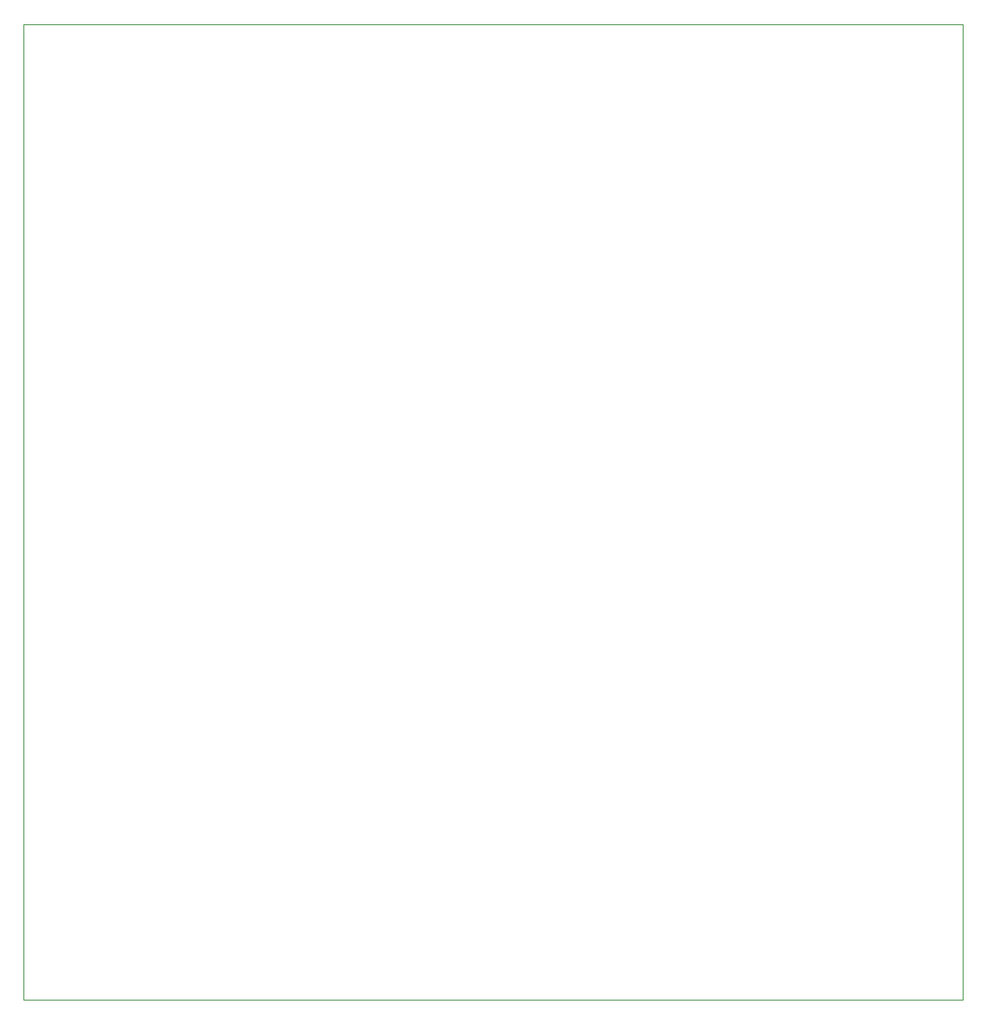
<source format=gm1>
%TF.GenerationSoftware,KiCad,Pcbnew,5.1.10-88a1d61d58~88~ubuntu18.04.1*%
%TF.CreationDate,2021-05-26T02:41:18+03:00*%
%TF.ProjectId,Micra Cruise Control Schemantics,4d696372-6120-4437-9275-69736520436f,rev?*%
%TF.SameCoordinates,Original*%
%TF.FileFunction,Profile,NP*%
%FSLAX46Y46*%
G04 Gerber Fmt 4.6, Leading zero omitted, Abs format (unit mm)*
G04 Created by KiCad (PCBNEW 5.1.10-88a1d61d58~88~ubuntu18.04.1) date 2021-05-26 02:41:18*
%MOMM*%
%LPD*%
G01*
G04 APERTURE LIST*
%TA.AperFunction,Profile*%
%ADD10C,0.050000*%
%TD*%
G04 APERTURE END LIST*
D10*
X131650000Y-35100000D02*
X36650000Y-35100000D01*
X131650000Y-38600000D02*
X131650000Y-35100000D01*
X36650000Y-38600000D02*
X36650000Y-35100000D01*
X131650000Y-133600000D02*
X131650000Y-38600000D01*
X36650000Y-133600000D02*
X131650000Y-133600000D01*
X36650000Y-38600000D02*
X36650000Y-133600000D01*
M02*

</source>
